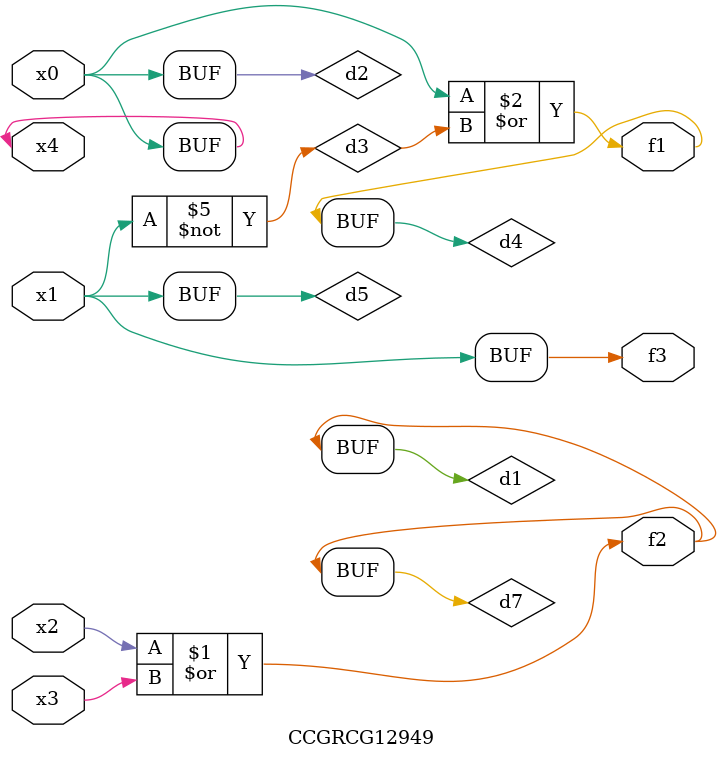
<source format=v>
module CCGRCG12949(
	input x0, x1, x2, x3, x4,
	output f1, f2, f3
);

	wire d1, d2, d3, d4, d5, d6, d7;

	or (d1, x2, x3);
	buf (d2, x0, x4);
	not (d3, x1);
	or (d4, d2, d3);
	not (d5, d3);
	nand (d6, d1, d3);
	or (d7, d1);
	assign f1 = d4;
	assign f2 = d7;
	assign f3 = d5;
endmodule

</source>
